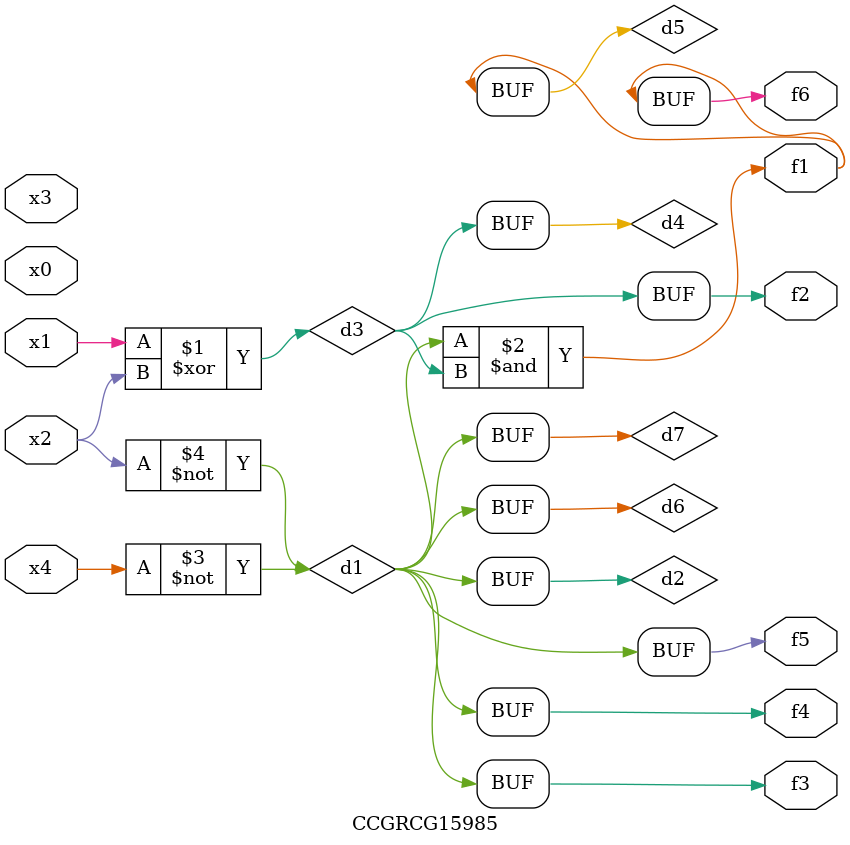
<source format=v>
module CCGRCG15985(
	input x0, x1, x2, x3, x4,
	output f1, f2, f3, f4, f5, f6
);

	wire d1, d2, d3, d4, d5, d6, d7;

	not (d1, x4);
	not (d2, x2);
	xor (d3, x1, x2);
	buf (d4, d3);
	and (d5, d1, d3);
	buf (d6, d1, d2);
	buf (d7, d2);
	assign f1 = d5;
	assign f2 = d4;
	assign f3 = d7;
	assign f4 = d7;
	assign f5 = d7;
	assign f6 = d5;
endmodule

</source>
